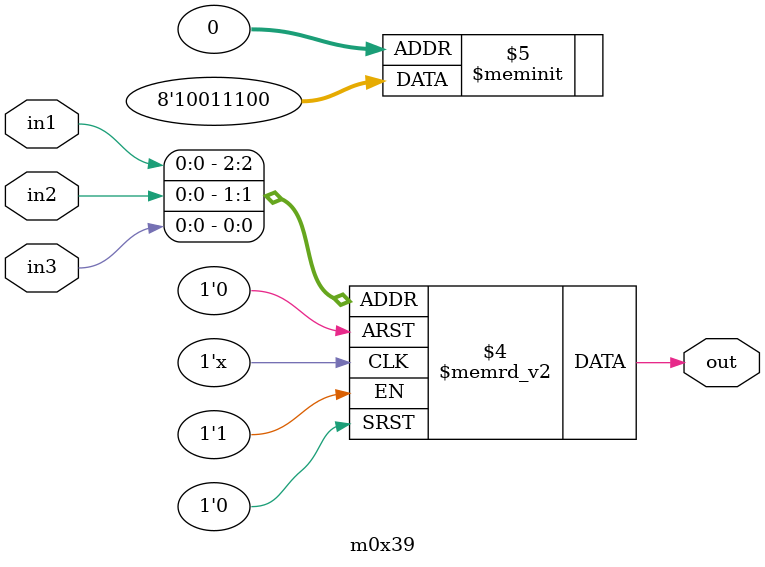
<source format=v>
module m0x39(output out, input in1, in2, in3);

   always @(in1, in2, in3)
     begin
        case({in1, in2, in3})
          3'b000: {out} = 1'b0;
          3'b001: {out} = 1'b0;
          3'b010: {out} = 1'b1;
          3'b011: {out} = 1'b1;
          3'b100: {out} = 1'b1;
          3'b101: {out} = 1'b0;
          3'b110: {out} = 1'b0;
          3'b111: {out} = 1'b1;
        endcase // case ({in1, in2, in3})
     end // always @ (in1, in2, in3)

endmodule // m0x39
</source>
